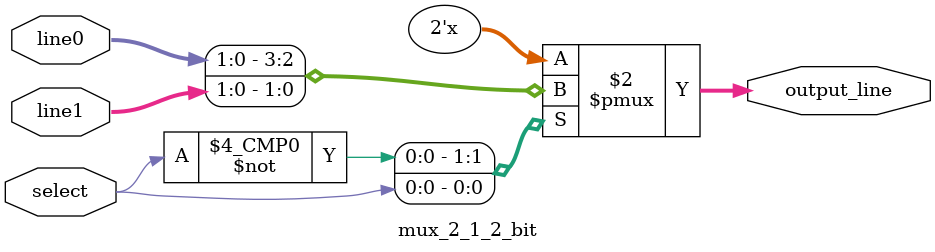
<source format=v>
module mux_2_1_2_bit(
    input [1:0] line0,
    input [1:0] line1,
    input select,
    output reg [1:0] output_line
);

    always @(line0 or line1 or select) begin
        case(select)
            0: output_line = line0;
            1: output_line = line1;
            default: output_line = 2'hx;
        endcase
    end

endmodule
</source>
